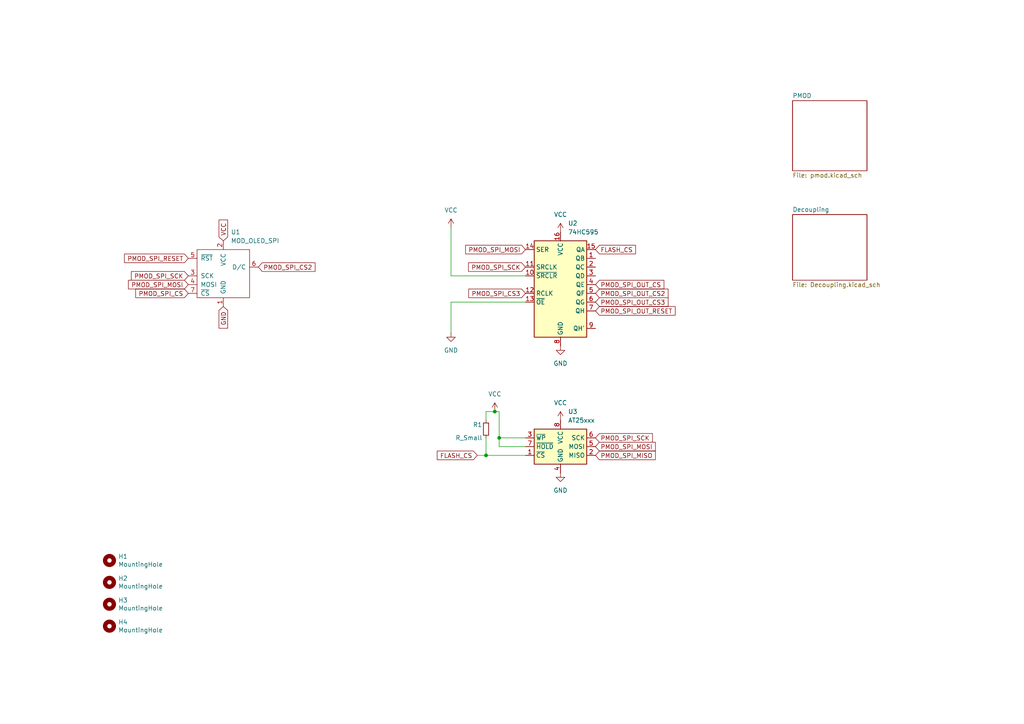
<source format=kicad_sch>
(kicad_sch (version 20230121) (generator eeschema)
  (paper "A4")
  (lib_symbols
    (symbol "74xx:74HC595"
      (property "Reference" "U" (at -7.62 13.97 0))
      (property "Value" "74HC595" (at -7.62 -16.51 0))
      (symbol "74HC595_1_0"
        (pin tri_state line (at 10.16 7.62 180) (length 2.54) (name "QB") (number "1"))
        (pin input line (at -10.16 2.54 0) (length 2.54) (name "~{SRCLR}") (number "10"))
        (pin input line (at -10.16 5.08 0) (length 2.54) (name "SRCLK") (number "11"))
        (pin input line (at -10.16 -2.54 0) (length 2.54) (name "RCLK") (number "12"))
        (pin input line (at -10.16 -5.08 0) (length 2.54) (name "~{OE}") (number "13"))
        (pin input line (at -10.16 10.16 0) (length 2.54) (name "SER") (number "14"))
        (pin tri_state line (at 10.16 10.16 180) (length 2.54) (name "QA") (number "15"))
        (pin power_in line (at 0 15.24 270) (length 2.54) (name "VCC") (number "16"))
        (pin tri_state line (at 10.16 5.08 180) (length 2.54) (name "QC") (number "2"))
        (pin tri_state line (at 10.16 2.54 180) (length 2.54) (name "QD") (number "3"))
        (pin tri_state line (at 10.16 0 180) (length 2.54) (name "QE") (number "4"))
        (pin tri_state line (at 10.16 -2.54 180) (length 2.54) (name "QF") (number "5"))
        (pin tri_state line (at 10.16 -5.08 180) (length 2.54) (name "QG") (number "6"))
        (pin tri_state line (at 10.16 -7.62 180) (length 2.54) (name "QH") (number "7"))
        (pin power_in line (at 0 -17.78 90) (length 2.54) (name "GND") (number "8"))
        (pin output line (at 10.16 -12.7 180) (length 2.54) (name "QH'") (number "9"))
      )
      (symbol "74HC595_1_1"
        (rectangle (start -7.62 12.7) (end 7.62 -15.24) (stroke (width 0.254)) (fill (type background)))
      )
    )
    (symbol "AvS_Modules:MOD_OLED_SPI" (pin_names (offset 1.016))
      (property "Reference" "U" (at -6.35 -8.89 0))
      (property "Value" "MOD_OLED_SPI" (at 10.16 -8.89 0))
      (symbol "MOD_OLED_SPI_1_1"
        (rectangle (start -7.62 6.35) (end 7.62 -7.62))
        (pin power_in line (at 0 -10.16 90) (length 2.54) (name "GND") (number "1"))
        (pin power_in line (at 0 8.89 270) (length 2.54) (name "VCC") (number "2"))
        (pin input line (at -10.16 -1.27 0) (length 2.54) (name "SCK") (number "3"))
        (pin input line (at -10.16 -3.81 0) (length 2.54) (name "MOSI") (number "4"))
        (pin input line (at -10.16 3.81 0) (length 2.54) (name "~{RST}") (number "5"))
        (pin input line (at 10.16 1.27 180) (length 2.54) (name "D/C") (number "6"))
        (pin input line (at -10.16 -6.35 0) (length 2.54) (name "~{CS}") (number "7"))
      )
    )
    (symbol "Device:R_Small" (pin_numbers hide) (pin_names (offset 0.254) hide)
      (property "Reference" "R" (at 0.762 0.508 0))
      (property "Value" "R_Small" (at 0.762 -1.016 0))
      (symbol "R_Small_0_1"
        (rectangle (start -0.762 1.778) (end 0.762 -1.778) (stroke (width 0.2032)))
      )
      (symbol "R_Small_1_1"
        (pin passive line (at 0 2.54 270) (length 0.762) (name "~") (number "1"))
        (pin passive line (at 0 -2.54 90) (length 0.762) (name "~") (number "2"))
      )
    )
    (symbol "Mechanical:MountingHole" (pin_names (offset 1.016))
      (property "Reference" "H" (at 0 5.08 0))
      (property "Value" "MountingHole" (at 0 3.175 0))
      (symbol "MountingHole_0_1"
        (circle (center 0 0) (radius 1.27) (stroke (width 1.27)))
      )
    )
    (symbol "Memory_EEPROM:AT25xxx"
      (property "Reference" "U" (at -7.62 6.35 0))
      (property "Value" "AT25xxx" (at 2.54 -6.35 0))
      (symbol "AT25xxx_1_1"
        (rectangle (start -7.62 5.08) (end 7.62 -5.08) (stroke (width 0.254)) (fill (type background)))
        (pin input line (at -10.16 -2.54 0) (length 2.54) (name "~{CS}") (number "1"))
        (pin tri_state line (at 10.16 -2.54 180) (length 2.54) (name "MISO") (number "2"))
        (pin input line (at -10.16 2.54 0) (length 2.54) (name "~{WP}") (number "3"))
        (pin power_in line (at 0 -7.62 90) (length 2.54) (name "GND") (number "4"))
        (pin input line (at 10.16 0 180) (length 2.54) (name "MOSI") (number "5"))
        (pin input line (at 10.16 2.54 180) (length 2.54) (name "SCK") (number "6"))
        (pin input line (at -10.16 0 0) (length 2.54) (name "~{HOLD}") (number "7"))
        (pin power_in line (at 0 7.62 270) (length 2.54) (name "VCC") (number "8"))
      )
    )
    (symbol "power:GND" (power) (pin_names (offset 0))
      (property "Value" "GND" (at 0 -3.81 0))
      (symbol "GND_0_1"
        (polyline (pts (xy 0 0) (xy 0 -1.27) (xy 1.27 -1.27) (xy 0 -2.54) (xy -1.27 -1.27) (xy 0 -1.27)))
      )
      (symbol "GND_1_1"
        (pin power_in line (at 0 0 270) (length 0) hide (name "GND") (number "1"))
      )
    )
    (symbol "power:VCC" (power) (pin_names (offset 0))
      (property "Value" "VCC" (at 0 3.81 0))
      (symbol "VCC_0_1"
        (polyline (pts (xy -0.762 1.27) (xy 0 2.54)))
        (polyline (pts (xy 0 0) (xy 0 2.54)))
        (polyline (pts (xy 0 2.54) (xy 0.762 1.27)))
      )
      (symbol "VCC_1_1"
        (pin power_in line (at 0 0 90) (length 0) hide (name "VCC") (number "1"))
      )
    )
  )
  (junction (at 144.78 127))
  (junction (at 140.97 132.08))
  (junction (at 143.51 119.38))
  (wire (pts (xy 138.43 132.08) (xy 140.97 132.08)))
  (wire (pts (xy 143.51 119.38) (xy 144.78 119.38)))
  (wire (pts (xy 140.97 132.08) (xy 152.4 132.08)))
  (wire (pts (xy 144.78 119.38) (xy 144.78 127)))
  (wire (pts (xy 140.97 119.38) (xy 143.51 119.38)))
  (wire (pts (xy 152.4 87.63) (xy 130.81 87.63)))
  (wire (pts (xy 130.81 87.63) (xy 130.81 96.52)))
  (wire (pts (xy 144.78 127) (xy 144.78 129.54)))
  (wire (pts (xy 152.4 80.01) (xy 130.81 80.01)))
  (wire (pts (xy 152.4 129.54) (xy 144.78 129.54)))
  (wire (pts (xy 144.78 127) (xy 152.4 127)))
  (wire (pts (xy 140.97 121.92) (xy 140.97 119.38)))
  (wire (pts (xy 130.81 66.04) (xy 130.81 80.01)))
  (wire (pts (xy 140.97 127) (xy 140.97 132.08)))
  (global_label "PMOD_SPI_CS3" (shape input) (at 152.4 85.09 180) (property "Intersheetrefs" "${INTERSHEET_REFS}" (effects hide)) (property "Intersheet-verwijzingen" "${INTERSHEET_REFS}" (effects hide)))
  (global_label "VCC" (shape input) (at 64.77 69.85 90) (property "Intersheetrefs" "${INTERSHEET_REFS}" (effects hide)) (property "Intersheet-verwijzingen" "${INTERSHEET_REFS}" (effects hide)))
  (global_label "GND" (shape input) (at 64.77 88.9 270) (property "Intersheetrefs" "${INTERSHEET_REFS}" (effects hide)) (property "Intersheet-verwijzingen" "${INTERSHEET_REFS}" (effects hide)))
  (global_label "PMOD_SPI_MOSI" (shape input) (at 152.4 72.39 180) (property "Intersheetrefs" "${INTERSHEET_REFS}" (effects hide)) (property "Intersheet-verwijzingen" "${INTERSHEET_REFS}" (effects hide)))
  (global_label "PMOD_SPI_SCK" (shape input) (at 152.4 77.47 180) (property "Intersheetrefs" "${INTERSHEET_REFS}" (effects hide)) (property "Intersheet-verwijzingen" "${INTERSHEET_REFS}" (effects hide)))
  (global_label "PMOD_SPI_OUT_RESET" (shape input) (at 172.72 90.17 0) (property "Intersheetrefs" "${INTERSHEET_REFS}" (effects hide)) (property "Intersheet-verwijzingen" "${INTERSHEET_REFS}" (effects hide)))
  (global_label "PMOD_SPI_CS" (shape input) (at 54.61 85.09 180) (property "Intersheetrefs" "${INTERSHEET_REFS}" (effects hide)) (property "Intersheet-verwijzingen" "${INTERSHEET_REFS}" (effects hide)))
  (global_label "PMOD_SPI_MOSI" (shape input) (at 172.72 129.54 0) (property "Intersheetrefs" "${INTERSHEET_REFS}" (effects hide)) (property "Intersheet-verwijzingen" "${INTERSHEET_REFS}" (effects hide)))
  (global_label "PMOD_SPI_OUT_CS2" (shape input) (at 172.72 85.09 0) (property "Intersheetrefs" "${INTERSHEET_REFS}" (effects hide)) (property "Intersheet-verwijzingen" "${INTERSHEET_REFS}" (effects hide)))
  (global_label "PMOD_SPI_RESET" (shape input) (at 54.61 74.93 180) (property "Intersheetrefs" "${INTERSHEET_REFS}" (effects hide)) (property "Intersheet-verwijzingen" "${INTERSHEET_REFS}" (effects hide)))
  (global_label "PMOD_SPI_SCK" (shape input) (at 172.72 127 0) (property "Intersheetrefs" "${INTERSHEET_REFS}" (effects hide)) (property "Intersheet-verwijzingen" "${INTERSHEET_REFS}" (effects hide)))
  (global_label "PMOD_SPI_MOSI" (shape input) (at 54.61 82.55 180) (property "Intersheetrefs" "${INTERSHEET_REFS}" (effects hide)) (property "Intersheet-verwijzingen" "${INTERSHEET_REFS}" (effects hide)))
  (global_label "PMOD_SPI_OUT_CS" (shape input) (at 172.72 82.55 0) (property "Intersheetrefs" "${INTERSHEET_REFS}" (effects hide)) (property "Intersheet-verwijzingen" "${INTERSHEET_REFS}" (effects hide)))
  (global_label "FLASH_CS" (shape input) (at 138.43 132.08 180) (property "Intersheetrefs" "${INTERSHEET_REFS}" (effects hide)))
  (global_label "PMOD_SPI_CS2" (shape input) (at 74.93 77.47 0) (property "Intersheetrefs" "${INTERSHEET_REFS}" (effects hide)) (property "Intersheet-verwijzingen" "${INTERSHEET_REFS}" (effects hide)))
  (global_label "PMOD_SPI_OUT_CS3" (shape input) (at 172.72 87.63 0) (property "Intersheetrefs" "${INTERSHEET_REFS}" (effects hide)) (property "Intersheet-verwijzingen" "${INTERSHEET_REFS}" (effects hide)))
  (global_label "FLASH_CS" (shape input) (at 172.72 72.39 0) (property "Intersheetrefs" "${INTERSHEET_REFS}" (effects hide)))
  (global_label "PMOD_SPI_SCK" (shape input) (at 54.61 80.01 180) (property "Intersheetrefs" "${INTERSHEET_REFS}" (effects hide)) (property "Intersheet-verwijzingen" "${INTERSHEET_REFS}" (effects hide)))
  (global_label "PMOD_SPI_MISO" (shape input) (at 172.72 132.08 0) (property "Intersheetrefs" "${INTERSHEET_REFS}" (effects hide)) (property "Intersheet-verwijzingen" "${INTERSHEET_REFS}" (effects hide)))
  (symbol (lib_id "Mechanical:MountingHole") (at 31.75 181.61 0) (unit 1)
    (property "Reference" "H4" (at 34.29 180.4416 0) (effects (justify left)))
    (property "Value" "MountingHole" (at 34.29 182.753 0) (effects (justify left)))
    (property "Footprint" "MountingHole:MountingHole_3.2mm_M3_Pad_Via" (effects hide))
  )
  (symbol (lib_id "Mechanical:MountingHole") (at 31.75 175.26 0) (unit 1)
    (property "Reference" "H3" (at 34.29 174.0916 0) (effects (justify left)))
    (property "Value" "MountingHole" (at 34.29 176.403 0) (effects (justify left)))
    (property "Footprint" "MountingHole:MountingHole_3.2mm_M3_Pad_Via" (effects hide))
  )
  (symbol (lib_id "Mechanical:MountingHole") (at 31.75 168.91 0) (unit 1)
    (property "Reference" "H2" (at 34.29 167.7416 0) (effects (justify left)))
    (property "Value" "MountingHole" (at 34.29 170.053 0) (effects (justify left)))
    (property "Footprint" "MountingHole:MountingHole_3.2mm_M3_Pad_Via" (effects hide))
  )
  (symbol (lib_id "Mechanical:MountingHole") (at 31.75 162.56 0) (unit 1)
    (property "Reference" "H1" (at 34.29 161.3916 0) (effects (justify left)))
    (property "Value" "MountingHole" (at 34.29 163.703 0) (effects (justify left)))
    (property "Footprint" "MountingHole:MountingHole_3.2mm_M3_Pad_Via" (effects hide))
  )
  (symbol (lib_id "power:GND") (at 162.56 100.33 0) (unit 1)
    (property "Reference" "#PWR05" (effects hide))
    (property "Value" "GND" (at 162.56 105.41 0))
  )
  (symbol (lib_id "power:GND") (at 130.81 96.52 0) (unit 1)
    (property "Reference" "#PWR06" (effects hide))
    (property "Value" "GND" (at 130.81 101.6 0))
  )
  (symbol (lib_id "Device:R_Small") (at 140.97 124.46 0) (unit 1)
    (property "Reference" "R1" (at 137.16 123.19 0) (effects (justify left)))
    (property "Value" "R_Small" (at 132.08 127 0) (effects (justify left)))
  )
  (symbol (lib_id "power:VCC") (at 162.56 121.92 0) (unit 1)
    (property "Reference" "#PWR08" (effects hide))
    (property "Value" "VCC" (at 162.56 116.84 0))
  )
  (symbol (lib_id "power:VCC") (at 130.81 66.04 0) (unit 1)
    (property "Reference" "#PWR04" (effects hide))
    (property "Value" "VCC" (at 130.81 60.96 0))
  )
  (symbol (lib_id "AvS_Modules:MOD_OLED_SPI") (at 64.77 78.74 0) (unit 1)
    (property "Reference" "U1" (at 66.9641 67.31 0) (effects (justify left)))
    (property "Value" "MOD_OLED_SPI" (at 66.9641 69.85 0) (effects (justify left)))
    (property "Footprint" "AvS_Modules:MOD_OLED_SPI_128x64_1.3" (effects hide))
  )
  (symbol (lib_id "Memory_EEPROM:AT25xxx") (at 162.56 129.54 0) (unit 1)
    (property "Reference" "U3" (at 164.7541 119.38 0) (effects (justify left)))
    (property "Value" "AT25xxx" (at 164.7541 121.92 0) (effects (justify left)))
    (property "Footprint" "Package_SO:SOIC-8_3.9x4.9mm_P1.27mm" (effects hide))
    (property "Datasheet" "http://ww1.microchip.com/downloads/en/DeviceDoc/Atmel-8707-SEEPROM-AT25010B-020B-040B-Datasheet.pdf" (effects hide))
  )
  (symbol (lib_id "power:GND") (at 162.56 137.16 0) (unit 1)
    (property "Reference" "#PWR09" (effects hide))
    (property "Value" "GND" (at 162.56 142.24 0))
  )
  (symbol (lib_id "74xx:74HC595") (at 162.56 82.55 0) (unit 1)
    (property "Reference" "U2" (at 164.7541 64.77 0) (effects (justify left)))
    (property "Value" "74HC595" (at 164.7541 67.31 0) (effects (justify left)))
    (property "Footprint" "Package_SO:SOIC-16_3.9x9.9mm_P1.27mm" (effects hide))
    (property "Datasheet" "http://www.ti.com/lit/ds/symlink/sn74hc595.pdf" (effects hide))
  )
  (symbol (lib_id "power:VCC") (at 162.56 67.31 0) (unit 1)
    (property "Reference" "#PWR03" (effects hide))
    (property "Value" "VCC" (at 162.56 62.23 0))
  )
  (symbol (lib_id "power:VCC") (at 143.51 119.38 0) (unit 1)
    (property "Reference" "#PWR07" (effects hide))
    (property "Value" "VCC" (at 143.51 114.3 0))
  )
  (sheet (at 229.87 29.21) (size 21.59 20.32)
    (property "Sheetname" "PMOD" (at 229.87 28.4984 0) (effects (justify left bottom)))
    (property "Sheetfile" "pmod.kicad_sch" (at 229.87 50.1146 0) (effects (justify left top)))
  )
  (sheet (at 229.87 62.23) (size 21.59 19.05)
    (property "Sheetname" "Decoupling" (at 229.87 61.5184 0) (effects (justify left bottom)))
    (property "Sheetfile" "Decoupling.kicad_sch" (at 229.87 81.8646 0) (effects (justify left top)))
  )
)
</source>
